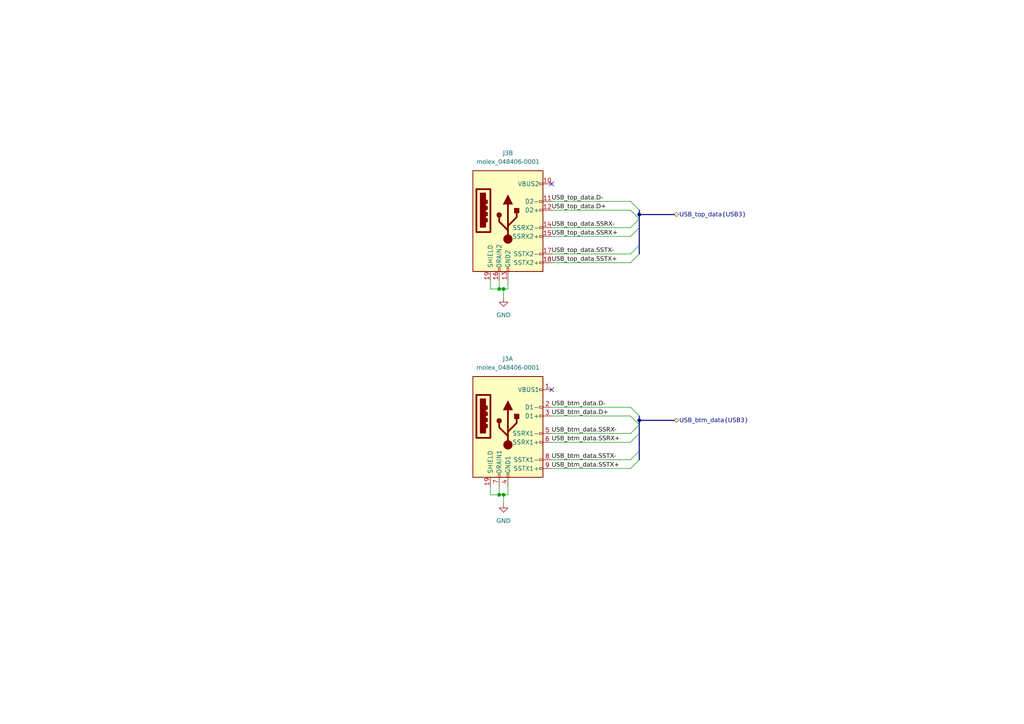
<source format=kicad_sch>
(kicad_sch (version 20230121) (generator eeschema)
  (paper "A4")
  (title_block (title "Demo Board") (date "2023-11-27") (rev "A") (company "The Cornell Lab, K. Lisa Yang Center for Conservation Bioacoustics") (comment 2 "Drawn by: Jordan Aceto") (comment 3 "Brief: PCB to demo KiCad documentation scripts") (comment 4 "Project: Engineering Tools"))
  (lib_symbols
    (symbol "ccb_connector_USB:USB-A_3.0_stacked" (pin_names (offset 1.016))
      (property "Reference" "J" (at -1.27 17.78 0))
      (property "Value" "USB-A_3.0_stacked" (at 10.16 15.24 0))
      (symbol "USB-A_3.0_stacked_0_0"
        (rectangle (start -9.144 8.636) (end -5.08 -3.81) (stroke (width 0.508)))
        (rectangle (start -7.874 7.366) (end -6.604 -2.286) (stroke (width 0.508)) (fill (type outline)))
        (rectangle (start -6.35 0) (end -6.096 -0.762) (stroke (width 0.508)))
        (rectangle (start -6.35 1.778) (end -6.096 1.016) (stroke (width 0.508)))
        (rectangle (start -6.35 3.556) (end -6.096 2.794) (stroke (width 0.508)))
        (rectangle (start -6.35 5.334) (end -6.096 4.572) (stroke (width 0.508)))
        (rectangle (start -2.794 -15.24) (end -2.286 -14.224))
        (rectangle (start -0.254 -15.24) (end 0.254 -14.224))
        (rectangle (start 10.16 -12.446) (end 9.144 -12.954))
        (rectangle (start 10.16 -9.906) (end 9.144 -10.414))
        (rectangle (start 10.16 -4.826) (end 9.144 -5.334))
        (rectangle (start 10.16 -2.286) (end 9.144 -2.794))
        (rectangle (start 10.16 2.794) (end 9.144 2.286))
        (rectangle (start 10.16 5.334) (end 9.144 4.826))
        (rectangle (start 10.16 10.414) (end 9.144 9.906))
      )
      (symbol "USB-A_3.0_stacked_0_1"
        (rectangle (start -10.16 13.97) (end 10.16 -15.24) (stroke (width 0.254)) (fill (type background)))
        (pin passive line (at -5.08 -17.78 90) (length 2.54) (name "SHIELD") (number "19"))
      )
      (symbol "USB-A_3.0_stacked_1_1"
        (circle (center -2.54 1.143) (radius 0.635) (stroke (width 0.254)) (fill (type outline)))
        (circle (center 0 -5.842) (radius 1.27) (fill (type outline)))
        (polyline (pts (xy 0 -5.842) (xy 0 4.318)) (stroke (width 0.508)))
        (polyline (pts (xy 0 -3.302) (xy -2.54 -0.762) (xy -2.54 0.508)) (stroke (width 0.508)))
        (polyline (pts (xy 0 -2.032) (xy 2.54 0.508) (xy 2.54 1.778)) (stroke (width 0.508)))
        (polyline (pts (xy -1.27 4.318) (xy 0 6.858) (xy 1.27 4.318) (xy -1.27 4.318)) (stroke (width 0.254)) (fill (type outline)))
        (rectangle (start 1.905 1.778) (end 3.175 3.048) (stroke (width 0.254)) (fill (type outline)))
        (pin passive line (at 12.7 10.16 180) (length 2.54) (name "VBUS1") (number "1"))
        (pin passive line (at 12.7 5.08 180) (length 2.54) (name "D1-") (number "2"))
        (pin passive line (at 12.7 2.54 180) (length 2.54) (name "D1+") (number "3"))
        (pin passive line (at 0 -17.78 90) (length 2.54) (name "GND1") (number "4"))
        (pin passive line (at 12.7 -2.54 180) (length 2.54) (name "SSRX1-") (number "5"))
        (pin passive line (at 12.7 -5.08 180) (length 2.54) (name "SSRX1+") (number "6"))
        (pin passive line (at -2.54 -17.78 90) (length 2.54) (name "DRAIN1") (number "7"))
        (pin passive line (at 12.7 -10.16 180) (length 2.54) (name "SSTX1-") (number "8"))
        (pin passive line (at 12.7 -12.7 180) (length 2.54) (name "SSTX1+") (number "9"))
      )
      (symbol "USB-A_3.0_stacked_2_1"
        (circle (center -2.54 1.143) (radius 0.635) (stroke (width 0.254)) (fill (type outline)))
        (circle (center 0 -5.842) (radius 1.27) (fill (type outline)))
        (polyline (pts (xy 0 -5.842) (xy 0 4.318)) (stroke (width 0.508)))
        (polyline (pts (xy 0 -3.302) (xy -2.54 -0.762) (xy -2.54 0.508)) (stroke (width 0.508)))
        (polyline (pts (xy 0 -2.032) (xy 2.54 0.508) (xy 2.54 1.778)) (stroke (width 0.508)))
        (polyline (pts (xy -1.27 4.318) (xy 0 6.858) (xy 1.27 4.318) (xy -1.27 4.318)) (stroke (width 0.254)) (fill (type outline)))
        (rectangle (start 1.905 1.778) (end 3.175 3.048) (stroke (width 0.254)) (fill (type outline)))
        (pin passive line (at 12.7 10.16 180) (length 2.54) (name "VBUS2") (number "10"))
        (pin passive line (at 12.7 5.08 180) (length 2.54) (name "D2-") (number "11"))
        (pin passive line (at 12.7 2.54 180) (length 2.54) (name "D2+") (number "12"))
        (pin passive line (at 0 -17.78 90) (length 2.54) (name "GND2") (number "13"))
        (pin passive line (at 12.7 -2.54 180) (length 2.54) (name "SSRX2-") (number "14"))
        (pin passive line (at 12.7 -5.08 180) (length 2.54) (name "SSRX2+") (number "15"))
        (pin passive line (at -2.54 -17.78 90) (length 2.54) (name "DRAIN2") (number "16"))
        (pin passive line (at 12.7 -10.16 180) (length 2.54) (name "SSTX2-") (number "17"))
        (pin passive line (at 12.7 -12.7 180) (length 2.54) (name "SSTX2+") (number "18"))
      )
    )
    (symbol "power:GND" (power) (pin_names (offset 0))
      (property "Value" "GND" (at 0 -3.81 0))
      (symbol "GND_0_1"
        (polyline (pts (xy 0 0) (xy 0 -1.27) (xy 1.27 -1.27) (xy 0 -2.54) (xy -1.27 -1.27) (xy 0 -1.27)))
      )
      (symbol "GND_1_1"
        (pin power_in line (at 0 0 270) (length 0) hide (name "GND") (number "1"))
      )
    )
  )
  (bus_alias "USB3" (members "D+" "D-" "SSRX+" "SSRX-" "SSTX+" "SSTX-"))
  (junction (at 185.42 62.23))
  (junction (at 144.78 83.82))
  (junction (at 146.05 83.82))
  (junction (at 144.78 143.51))
  (junction (at 185.42 121.92))
  (junction (at 146.05 143.51))
  (no_connect (at 160.02 53.34))
  (no_connect (at 160.02 113.03))
  (bus_entry (at 185.42 60.96) (size -2.54 -2.54))
  (bus_entry (at 185.42 73.66) (size -2.54 2.54))
  (bus_entry (at 185.42 123.19) (size -2.54 -2.54))
  (bus_entry (at 185.42 133.35) (size -2.54 2.54))
  (bus_entry (at 185.42 63.5) (size -2.54 -2.54))
  (bus_entry (at 185.42 120.65) (size -2.54 -2.54))
  (bus_entry (at 185.42 130.81) (size -2.54 2.54))
  (bus_entry (at 185.42 66.04) (size -2.54 2.54))
  (bus_entry (at 185.42 63.5) (size -2.54 2.54))
  (bus_entry (at 185.42 123.19) (size -2.54 2.54))
  (bus_entry (at 185.42 71.12) (size -2.54 2.54))
  (bus_entry (at 185.42 125.73) (size -2.54 2.54))
  (wire (pts (xy 160.02 128.27) (xy 182.88 128.27)))
  (bus (pts (xy 185.42 120.65) (xy 185.42 121.92)))
  (bus (pts (xy 185.42 63.5) (xy 185.42 66.04)))
  (wire (pts (xy 160.02 120.65) (xy 182.88 120.65)))
  (wire (pts (xy 144.78 83.82) (xy 142.24 83.82)))
  (wire (pts (xy 144.78 143.51) (xy 142.24 143.51)))
  (wire (pts (xy 147.32 83.82) (xy 147.32 81.28)))
  (bus (pts (xy 185.42 60.96) (xy 185.42 62.23)))
  (bus (pts (xy 185.42 71.12) (xy 185.42 73.66)))
  (bus (pts (xy 185.42 123.19) (xy 185.42 125.73)))
  (bus (pts (xy 185.42 121.92) (xy 195.58 121.92)))
  (bus (pts (xy 185.42 130.81) (xy 185.42 133.35)))
  (wire (pts (xy 160.02 58.42) (xy 182.88 58.42)))
  (bus (pts (xy 185.42 62.23) (xy 195.58 62.23)))
  (wire (pts (xy 146.05 83.82) (xy 146.05 86.36)))
  (wire (pts (xy 146.05 143.51) (xy 146.05 146.05)))
  (wire (pts (xy 144.78 140.97) (xy 144.78 143.51)))
  (wire (pts (xy 144.78 81.28) (xy 144.78 83.82)))
  (wire (pts (xy 160.02 118.11) (xy 182.88 118.11)))
  (wire (pts (xy 160.02 125.73) (xy 182.88 125.73)))
  (wire (pts (xy 147.32 143.51) (xy 147.32 140.97)))
  (wire (pts (xy 160.02 68.58) (xy 182.88 68.58)))
  (wire (pts (xy 160.02 135.89) (xy 182.88 135.89)))
  (wire (pts (xy 160.02 133.35) (xy 182.88 133.35)))
  (bus (pts (xy 185.42 66.04) (xy 185.42 71.12)))
  (bus (pts (xy 185.42 62.23) (xy 185.42 63.5)))
  (wire (pts (xy 160.02 60.96) (xy 182.88 60.96)))
  (wire (pts (xy 146.05 143.51) (xy 147.32 143.51)))
  (wire (pts (xy 160.02 66.04) (xy 182.88 66.04)))
  (wire (pts (xy 142.24 143.51) (xy 142.24 140.97)))
  (wire (pts (xy 160.02 73.66) (xy 182.88 73.66)))
  (bus (pts (xy 185.42 121.92) (xy 185.42 123.19)))
  (wire (pts (xy 144.78 83.82) (xy 146.05 83.82)))
  (wire (pts (xy 146.05 83.82) (xy 147.32 83.82)))
  (bus (pts (xy 185.42 125.73) (xy 185.42 130.81)))
  (wire (pts (xy 144.78 143.51) (xy 146.05 143.51)))
  (wire (pts (xy 142.24 83.82) (xy 142.24 81.28)))
  (wire (pts (xy 160.02 76.2) (xy 182.88 76.2)))
  (label "USB_btm_data.SSTX+" (at 160.02 135.89 0))
  (label "USB_top_data.SSTX+" (at 160.02 76.2 0))
  (label "USB_btm_data.D+" (at 160.02 120.65 0))
  (label "USB_top_data.D-" (at 160.02 58.42 0))
  (label "USB_btm_data.SSTX-" (at 160.02 133.35 0))
  (label "USB_top_data.SSTX-" (at 160.02 73.66 0))
  (label "USB_top_data.SSRX+" (at 160.02 68.58 0))
  (label "USB_btm_data.D-" (at 160.02 118.11 0))
  (label "USB_btm_data.SSRX-" (at 160.02 125.73 0))
  (label "USB_top_data.D+" (at 160.02 60.96 0))
  (label "USB_top_data.SSRX-" (at 160.02 66.04 0))
  (label "USB_btm_data.SSRX+" (at 160.02 128.27 0))
  (hierarchical_label "USB_btm_data{USB3}" (shape bidirectional) (at 195.58 121.92 0))
  (hierarchical_label "USB_top_data{USB3}" (shape bidirectional) (at 195.58 62.23 0))
  (symbol (lib_id "power:GND") (at 146.05 86.36 0) (mirror y) (unit 1)
    (property "Reference" "#PWR011" (effects hide))
    (property "Value" "GND" (at 146.05 91.44 0))
    (instances (project "example_board" (path "" (reference "#PWR011") (unit 1)) (path "" (reference "#PWR02") (unit 1))))
  )
  (symbol (lib_id "ccb_connector_USB:USB-A_3.0_stacked") (at 147.32 63.5 0) (unit 2)
    (property "Reference" "J3" (at 147.32 44.45 0))
    (property "Value" "molex_048406-0001" (at 147.32 46.99 0))
    (property "Footprint" "ccb_connector_USB:USB3_A_Molex_48406-0001_Horizontal_Stacked" (effects hide))
    (property "Datasheet" "https://tools.molex.com/pdm_docs/sd/484060003_sd.pdf" (effects hide))
    (property "Type" "PTH" (effects hide))
    (property "Manufacturer" "Molex" (effects hide))
    (property "Manufacturer Part Number" "0484060001" (effects hide))
    (property "MPN" "048406-0001" (effects hide))
  )
  (symbol (lib_id "ccb_connector_USB:USB-A_3.0_stacked") (at 147.32 123.19 0) (unit 1)
    (property "Reference" "J3" (at 147.32 104.14 0))
    (property "Value" "molex_048406-0001" (at 147.32 106.68 0))
    (property "Footprint" "ccb_connector_USB:USB3_A_Molex_48406-0001_Horizontal_Stacked" (effects hide))
    (property "Datasheet" "https://tools.molex.com/pdm_docs/sd/484060003_sd.pdf" (effects hide))
    (property "Type" "PTH" (effects hide))
    (property "Manufacturer" "Molex" (effects hide))
    (property "Manufacturer Part Number" "0484060001" (effects hide))
    (property "MPN" "048406-0001" (effects hide))
  )
  (symbol (lib_id "power:GND") (at 146.05 146.05 0) (mirror y) (unit 1)
    (property "Reference" "#PWR012" (effects hide))
    (property "Value" "GND" (at 146.05 151.13 0))
    (instances (project "example_board" (path "" (reference "#PWR012") (unit 1)) (path "" (reference "#PWR02") (unit 1))))
  )
)
</source>
